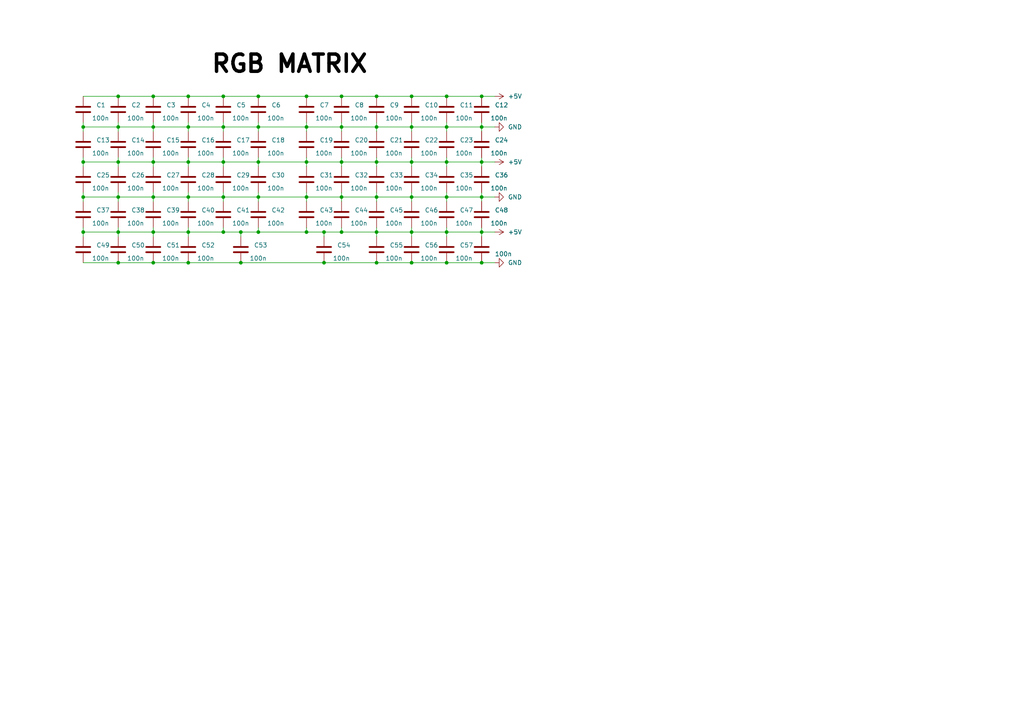
<source format=kicad_sch>
(kicad_sch (version 20230121) (generator eeschema)
  (paper "A4")
  (lib_symbols
    (symbol "Device:C" (pin_numbers hide) (pin_names (offset 0.254))
      (property "Reference" "C" (at 0.635 2.54 0))
      (property "Value" "C" (at 0.635 -2.54 0))
      (symbol "C_0_1"
        (polyline (pts (xy -2.032 -0.762) (xy 2.032 -0.762)) (stroke (width 0.508)))
        (polyline (pts (xy -2.032 0.762) (xy 2.032 0.762)) (stroke (width 0.508)))
      )
      (symbol "C_1_1"
        (pin passive line (at 0 3.81 270) (length 2.794) (name "~") (number "1"))
        (pin passive line (at 0 -3.81 90) (length 2.794) (name "~") (number "2"))
      )
    )
    (symbol "power:+5V" (power) (pin_names (offset 0))
      (property "Value" "+5V" (at 0 3.556 0))
      (symbol "+5V_0_1"
        (polyline (pts (xy -0.762 1.27) (xy 0 2.54)))
        (polyline (pts (xy 0 0) (xy 0 2.54)))
        (polyline (pts (xy 0 2.54) (xy 0.762 1.27)))
      )
      (symbol "+5V_1_1"
        (pin power_in line (at 0 0 90) (length 0) hide (name "+5V") (number "1"))
      )
    )
    (symbol "power:GND" (power) (pin_names (offset 0))
      (property "Value" "GND" (at 0 -3.81 0))
      (symbol "GND_0_1"
        (polyline (pts (xy 0 0) (xy 0 -1.27) (xy 1.27 -1.27) (xy 0 -2.54) (xy -1.27 -1.27) (xy 0 -1.27)))
      )
      (symbol "GND_1_1"
        (pin power_in line (at 0 0 270) (length 0) hide (name "GND") (number "1"))
      )
    )
  )
  (junction (at 109.22 46.99))
  (junction (at 119.38 57.15))
  (junction (at 64.77 67.31))
  (junction (at 139.7 36.83))
  (junction (at 74.93 57.15))
  (junction (at 109.22 36.83))
  (junction (at 54.61 36.83))
  (junction (at 54.61 27.94))
  (junction (at 129.54 76.2))
  (junction (at 44.45 57.15))
  (junction (at 69.85 76.2))
  (junction (at 139.7 46.99))
  (junction (at 69.85 67.31))
  (junction (at 34.29 67.31))
  (junction (at 139.7 67.31))
  (junction (at 99.06 27.94))
  (junction (at 119.38 36.83))
  (junction (at 119.38 76.2))
  (junction (at 109.22 76.2))
  (junction (at 129.54 46.99))
  (junction (at 129.54 27.94))
  (junction (at 109.22 27.94))
  (junction (at 44.45 46.99))
  (junction (at 54.61 46.99))
  (junction (at 129.54 36.83))
  (junction (at 109.22 57.15))
  (junction (at 24.13 67.31))
  (junction (at 64.77 57.15))
  (junction (at 88.9 46.99))
  (junction (at 54.61 76.2))
  (junction (at 119.38 27.94))
  (junction (at 74.93 67.31))
  (junction (at 64.77 36.83))
  (junction (at 24.13 46.99))
  (junction (at 44.45 36.83))
  (junction (at 64.77 27.94))
  (junction (at 34.29 36.83))
  (junction (at 74.93 27.94))
  (junction (at 139.7 76.2))
  (junction (at 129.54 57.15))
  (junction (at 74.93 46.99))
  (junction (at 74.93 36.83))
  (junction (at 34.29 76.2))
  (junction (at 24.13 36.83))
  (junction (at 44.45 27.94))
  (junction (at 99.06 36.83))
  (junction (at 44.45 76.2))
  (junction (at 109.22 67.31))
  (junction (at 34.29 46.99))
  (junction (at 129.54 67.31))
  (junction (at 64.77 46.99))
  (junction (at 34.29 57.15))
  (junction (at 24.13 57.15))
  (junction (at 88.9 36.83))
  (junction (at 99.06 67.31))
  (junction (at 88.9 27.94))
  (junction (at 139.7 27.94))
  (junction (at 54.61 67.31))
  (junction (at 93.98 76.2))
  (junction (at 34.29 27.94))
  (junction (at 93.98 67.31))
  (junction (at 99.06 46.99))
  (junction (at 88.9 67.31))
  (junction (at 54.61 57.15))
  (junction (at 139.7 57.15))
  (junction (at 99.06 57.15))
  (junction (at 44.45 67.31))
  (junction (at 119.38 67.31))
  (junction (at 88.9 57.15))
  (junction (at 119.38 46.99))
  (wire (pts (xy 88.9 36.83) (xy 88.9 38.1)))
  (wire (pts (xy 69.85 67.31) (xy 69.85 68.58)))
  (wire (pts (xy 34.29 66.04) (xy 34.29 67.31)))
  (wire (pts (xy 44.45 57.15) (xy 54.61 57.15)))
  (wire (pts (xy 24.13 45.72) (xy 24.13 46.99)))
  (wire (pts (xy 139.7 35.56) (xy 139.7 36.83)))
  (wire (pts (xy 64.77 46.99) (xy 74.93 46.99)))
  (wire (pts (xy 64.77 46.99) (xy 64.77 48.26)))
  (wire (pts (xy 119.38 55.88) (xy 119.38 57.15)))
  (wire (pts (xy 44.45 45.72) (xy 44.45 46.99)))
  (wire (pts (xy 119.38 57.15) (xy 119.38 58.42)))
  (wire (pts (xy 34.29 57.15) (xy 34.29 58.42)))
  (wire (pts (xy 93.98 67.31) (xy 99.06 67.31)))
  (wire (pts (xy 24.13 36.83) (xy 24.13 38.1)))
  (wire (pts (xy 109.22 35.56) (xy 109.22 36.83)))
  (wire (pts (xy 24.13 27.94) (xy 34.29 27.94)))
  (wire (pts (xy 93.98 76.2) (xy 109.22 76.2)))
  (wire (pts (xy 139.7 66.04) (xy 139.7 67.31)))
  (wire (pts (xy 99.06 36.83) (xy 109.22 36.83)))
  (wire (pts (xy 54.61 46.99) (xy 64.77 46.99)))
  (wire (pts (xy 139.7 46.99) (xy 143.51 46.99)))
  (wire (pts (xy 88.9 45.72) (xy 88.9 46.99)))
  (wire (pts (xy 109.22 46.99) (xy 109.22 48.26)))
  (wire (pts (xy 44.45 46.99) (xy 44.45 48.26)))
  (wire (pts (xy 93.98 67.31) (xy 93.98 68.58)))
  (wire (pts (xy 24.13 66.04) (xy 24.13 67.31)))
  (wire (pts (xy 129.54 27.94) (xy 119.38 27.94)))
  (wire (pts (xy 54.61 36.83) (xy 54.61 38.1)))
  (wire (pts (xy 54.61 66.04) (xy 54.61 67.31)))
  (wire (pts (xy 24.13 57.15) (xy 34.29 57.15)))
  (wire (pts (xy 109.22 36.83) (xy 119.38 36.83)))
  (wire (pts (xy 119.38 76.2) (xy 129.54 76.2)))
  (wire (pts (xy 44.45 35.56) (xy 44.45 36.83)))
  (wire (pts (xy 34.29 36.83) (xy 44.45 36.83)))
  (wire (pts (xy 88.9 67.31) (xy 93.98 67.31)))
  (wire (pts (xy 64.77 57.15) (xy 74.93 57.15)))
  (wire (pts (xy 109.22 67.31) (xy 109.22 68.58)))
  (wire (pts (xy 74.93 36.83) (xy 88.9 36.83)))
  (wire (pts (xy 74.93 55.88) (xy 74.93 57.15)))
  (wire (pts (xy 54.61 57.15) (xy 54.61 58.42)))
  (wire (pts (xy 69.85 67.31) (xy 74.93 67.31)))
  (wire (pts (xy 139.7 76.2) (xy 143.51 76.2)))
  (wire (pts (xy 99.06 46.99) (xy 109.22 46.99)))
  (wire (pts (xy 129.54 36.83) (xy 129.54 38.1)))
  (wire (pts (xy 54.61 27.94) (xy 64.77 27.94)))
  (wire (pts (xy 109.22 36.83) (xy 109.22 38.1)))
  (wire (pts (xy 74.93 46.99) (xy 88.9 46.99)))
  (wire (pts (xy 99.06 57.15) (xy 99.06 58.42)))
  (wire (pts (xy 109.22 46.99) (xy 119.38 46.99)))
  (wire (pts (xy 129.54 67.31) (xy 129.54 68.58)))
  (wire (pts (xy 44.45 36.83) (xy 54.61 36.83)))
  (wire (pts (xy 34.29 27.94) (xy 44.45 27.94)))
  (wire (pts (xy 129.54 66.04) (xy 129.54 67.31)))
  (wire (pts (xy 69.85 76.2) (xy 93.98 76.2)))
  (wire (pts (xy 109.22 76.2) (xy 119.38 76.2)))
  (wire (pts (xy 24.13 67.31) (xy 24.13 68.58)))
  (wire (pts (xy 64.77 36.83) (xy 64.77 38.1)))
  (wire (pts (xy 99.06 67.31) (xy 109.22 67.31)))
  (wire (pts (xy 139.7 55.88) (xy 139.7 57.15)))
  (wire (pts (xy 143.51 36.83) (xy 139.7 36.83)))
  (wire (pts (xy 44.45 76.2) (xy 54.61 76.2)))
  (wire (pts (xy 88.9 57.15) (xy 99.06 57.15)))
  (wire (pts (xy 34.29 76.2) (xy 44.45 76.2)))
  (wire (pts (xy 34.29 55.88) (xy 34.29 57.15)))
  (wire (pts (xy 119.38 67.31) (xy 119.38 68.58)))
  (wire (pts (xy 88.9 57.15) (xy 88.9 58.42)))
  (wire (pts (xy 129.54 45.72) (xy 129.54 46.99)))
  (wire (pts (xy 129.54 57.15) (xy 139.7 57.15)))
  (wire (pts (xy 24.13 35.56) (xy 24.13 36.83)))
  (wire (pts (xy 44.45 36.83) (xy 44.45 38.1)))
  (wire (pts (xy 109.22 67.31) (xy 119.38 67.31)))
  (wire (pts (xy 74.93 27.94) (xy 88.9 27.94)))
  (wire (pts (xy 88.9 36.83) (xy 99.06 36.83)))
  (wire (pts (xy 64.77 55.88) (xy 64.77 57.15)))
  (wire (pts (xy 34.29 46.99) (xy 44.45 46.99)))
  (wire (pts (xy 99.06 66.04) (xy 99.06 67.31)))
  (wire (pts (xy 99.06 45.72) (xy 99.06 46.99)))
  (wire (pts (xy 34.29 67.31) (xy 34.29 68.58)))
  (wire (pts (xy 119.38 36.83) (xy 129.54 36.83)))
  (wire (pts (xy 143.51 27.94) (xy 139.7 27.94)))
  (wire (pts (xy 44.45 67.31) (xy 44.45 68.58)))
  (wire (pts (xy 24.13 36.83) (xy 34.29 36.83)))
  (wire (pts (xy 139.7 27.94) (xy 129.54 27.94)))
  (wire (pts (xy 88.9 55.88) (xy 88.9 57.15)))
  (wire (pts (xy 129.54 46.99) (xy 139.7 46.99)))
  (wire (pts (xy 34.29 35.56) (xy 34.29 36.83)))
  (wire (pts (xy 129.54 55.88) (xy 129.54 57.15)))
  (wire (pts (xy 88.9 46.99) (xy 88.9 48.26)))
  (wire (pts (xy 54.61 67.31) (xy 54.61 68.58)))
  (wire (pts (xy 54.61 36.83) (xy 64.77 36.83)))
  (wire (pts (xy 129.54 46.99) (xy 129.54 48.26)))
  (wire (pts (xy 99.06 57.15) (xy 109.22 57.15)))
  (wire (pts (xy 44.45 55.88) (xy 44.45 57.15)))
  (wire (pts (xy 119.38 35.56) (xy 119.38 36.83)))
  (wire (pts (xy 88.9 35.56) (xy 88.9 36.83)))
  (wire (pts (xy 74.93 35.56) (xy 74.93 36.83)))
  (wire (pts (xy 119.38 36.83) (xy 119.38 38.1)))
  (wire (pts (xy 54.61 76.2) (xy 69.85 76.2)))
  (wire (pts (xy 129.54 35.56) (xy 129.54 36.83)))
  (wire (pts (xy 64.77 45.72) (xy 64.77 46.99)))
  (wire (pts (xy 99.06 46.99) (xy 99.06 48.26)))
  (wire (pts (xy 88.9 46.99) (xy 99.06 46.99)))
  (wire (pts (xy 129.54 76.2) (xy 139.7 76.2)))
  (wire (pts (xy 99.06 35.56) (xy 99.06 36.83)))
  (wire (pts (xy 54.61 67.31) (xy 64.77 67.31)))
  (wire (pts (xy 109.22 45.72) (xy 109.22 46.99)))
  (wire (pts (xy 139.7 67.31) (xy 139.7 68.58)))
  (wire (pts (xy 119.38 46.99) (xy 119.38 48.26)))
  (wire (pts (xy 24.13 67.31) (xy 34.29 67.31)))
  (wire (pts (xy 24.13 55.88) (xy 24.13 57.15)))
  (wire (pts (xy 119.38 45.72) (xy 119.38 46.99)))
  (wire (pts (xy 109.22 57.15) (xy 109.22 58.42)))
  (wire (pts (xy 139.7 36.83) (xy 139.7 38.1)))
  (wire (pts (xy 119.38 57.15) (xy 129.54 57.15)))
  (wire (pts (xy 129.54 67.31) (xy 139.7 67.31)))
  (wire (pts (xy 74.93 67.31) (xy 88.9 67.31)))
  (wire (pts (xy 139.7 45.72) (xy 139.7 46.99)))
  (wire (pts (xy 139.7 57.15) (xy 143.51 57.15)))
  (wire (pts (xy 99.06 55.88) (xy 99.06 57.15)))
  (wire (pts (xy 99.06 36.83) (xy 99.06 38.1)))
  (wire (pts (xy 44.45 66.04) (xy 44.45 67.31)))
  (wire (pts (xy 64.77 35.56) (xy 64.77 36.83)))
  (wire (pts (xy 44.45 67.31) (xy 54.61 67.31)))
  (wire (pts (xy 24.13 46.99) (xy 24.13 48.26)))
  (wire (pts (xy 34.29 36.83) (xy 34.29 38.1)))
  (wire (pts (xy 54.61 55.88) (xy 54.61 57.15)))
  (wire (pts (xy 24.13 46.99) (xy 34.29 46.99)))
  (wire (pts (xy 119.38 67.31) (xy 129.54 67.31)))
  (wire (pts (xy 139.7 67.31) (xy 143.51 67.31)))
  (wire (pts (xy 88.9 66.04) (xy 88.9 67.31)))
  (wire (pts (xy 109.22 55.88) (xy 109.22 57.15)))
  (wire (pts (xy 119.38 66.04) (xy 119.38 67.31)))
  (wire (pts (xy 129.54 57.15) (xy 129.54 58.42)))
  (wire (pts (xy 74.93 46.99) (xy 74.93 48.26)))
  (wire (pts (xy 109.22 27.94) (xy 99.06 27.94)))
  (wire (pts (xy 54.61 57.15) (xy 64.77 57.15)))
  (wire (pts (xy 64.77 36.83) (xy 74.93 36.83)))
  (wire (pts (xy 54.61 35.56) (xy 54.61 36.83)))
  (wire (pts (xy 64.77 66.04) (xy 64.77 67.31)))
  (wire (pts (xy 74.93 66.04) (xy 74.93 67.31)))
  (wire (pts (xy 24.13 76.2) (xy 34.29 76.2)))
  (wire (pts (xy 129.54 36.83) (xy 139.7 36.83)))
  (wire (pts (xy 64.77 57.15) (xy 64.77 58.42)))
  (wire (pts (xy 64.77 67.31) (xy 69.85 67.31)))
  (wire (pts (xy 74.93 45.72) (xy 74.93 46.99)))
  (wire (pts (xy 44.45 46.99) (xy 54.61 46.99)))
  (wire (pts (xy 109.22 57.15) (xy 119.38 57.15)))
  (wire (pts (xy 54.61 45.72) (xy 54.61 46.99)))
  (wire (pts (xy 74.93 57.15) (xy 88.9 57.15)))
  (wire (pts (xy 119.38 46.99) (xy 129.54 46.99)))
  (wire (pts (xy 34.29 45.72) (xy 34.29 46.99)))
  (wire (pts (xy 34.29 46.99) (xy 34.29 48.26)))
  (wire (pts (xy 34.29 57.15) (xy 44.45 57.15)))
  (wire (pts (xy 54.61 46.99) (xy 54.61 48.26)))
  (wire (pts (xy 44.45 57.15) (xy 44.45 58.42)))
  (wire (pts (xy 139.7 46.99) (xy 139.7 48.26)))
  (wire (pts (xy 119.38 27.94) (xy 109.22 27.94)))
  (wire (pts (xy 88.9 27.94) (xy 99.06 27.94)))
  (wire (pts (xy 74.93 36.83) (xy 74.93 38.1)))
  (wire (pts (xy 139.7 57.15) (xy 139.7 58.42)))
  (wire (pts (xy 109.22 66.04) (xy 109.22 67.31)))
  (wire (pts (xy 24.13 57.15) (xy 24.13 58.42)))
  (wire (pts (xy 74.93 57.15) (xy 74.93 58.42)))
  (wire (pts (xy 64.77 27.94) (xy 74.93 27.94)))
  (wire (pts (xy 34.29 67.31) (xy 44.45 67.31)))
  (wire (pts (xy 44.45 27.94) (xy 54.61 27.94)))
  (text "RGB MATRIX" (at 60.96 21.59 0) (effects (font (size 5 5) (thickness 1) bold) (justify left bottom)))
  (symbol (lib_id "Device:C") (at 129.54 31.75 0) (unit 1)
    (property "Reference" "C11" (at 133.35 30.48 0) (effects (justify left)))
    (property "Value" "100n" (at 132.08 34.29 0) (effects (justify left)))
    (property "Footprint" "Capacitor_SMD:C_1206_3216Metric_Pad1.33x1.80mm_HandSolder" (effects hide))
  )
  (symbol (lib_id "Device:C") (at 69.85 72.39 0) (unit 1)
    (property "Reference" "C53" (at 73.66 71.12 0) (effects (justify left)))
    (property "Value" "100n" (at 72.39 74.93 0) (effects (justify left)))
    (property "Footprint" "Capacitor_SMD:C_1206_3216Metric_Pad1.33x1.80mm_HandSolder" (effects hide))
  )
  (symbol (lib_id "Device:C") (at 24.13 52.07 0) (unit 1)
    (property "Reference" "C25" (at 27.94 50.8 0) (effects (justify left)))
    (property "Value" "100n" (at 26.67 54.61 0) (effects (justify left)))
    (property "Footprint" "Capacitor_SMD:C_1206_3216Metric_Pad1.33x1.80mm_HandSolder" (effects hide))
  )
  (symbol (lib_id "Device:C") (at 44.45 52.07 0) (unit 1)
    (property "Reference" "C27" (at 48.26 50.8 0) (effects (justify left)))
    (property "Value" "100n" (at 46.99 54.61 0) (effects (justify left)))
    (property "Footprint" "Capacitor_SMD:C_1206_3216Metric_Pad1.33x1.80mm_HandSolder" (effects hide))
  )
  (symbol (lib_id "Device:C") (at 34.29 62.23 0) (unit 1)
    (property "Reference" "C38" (at 38.1 60.96 0) (effects (justify left)))
    (property "Value" "100n" (at 36.83 64.77 0) (effects (justify left)))
    (property "Footprint" "Capacitor_SMD:C_1206_3216Metric_Pad1.33x1.80mm_HandSolder" (effects hide))
  )
  (symbol (lib_id "power:GND") (at 143.51 57.15 90) (unit 1)
    (property "Reference" "#PWR05" (effects hide))
    (property "Value" "GND" (at 147.32 57.15 90) (effects (justify right)))
  )
  (symbol (lib_id "Device:C") (at 119.38 62.23 0) (unit 1)
    (property "Reference" "C46" (at 123.19 60.96 0) (effects (justify left)))
    (property "Value" "100n" (at 121.92 64.77 0) (effects (justify left)))
    (property "Footprint" "Capacitor_SMD:C_1206_3216Metric_Pad1.33x1.80mm_HandSolder" (effects hide))
  )
  (symbol (lib_id "Device:C") (at 64.77 31.75 0) (unit 1)
    (property "Reference" "C5" (at 68.58 30.48 0) (effects (justify left)))
    (property "Value" "100n" (at 67.31 34.29 0) (effects (justify left)))
    (property "Footprint" "Capacitor_SMD:C_1206_3216Metric_Pad1.33x1.80mm_HandSolder" (effects hide))
  )
  (symbol (lib_id "Device:C") (at 34.29 52.07 0) (unit 1)
    (property "Reference" "C26" (at 38.1 50.8 0) (effects (justify left)))
    (property "Value" "100n" (at 36.83 54.61 0) (effects (justify left)))
    (property "Footprint" "Capacitor_SMD:C_1206_3216Metric_Pad1.33x1.80mm_HandSolder" (effects hide))
  )
  (symbol (lib_id "Device:C") (at 129.54 62.23 0) (unit 1)
    (property "Reference" "C47" (at 133.35 60.96 0) (effects (justify left)))
    (property "Value" "100n" (at 132.08 64.77 0) (effects (justify left)))
    (property "Footprint" "Capacitor_SMD:C_1206_3216Metric_Pad1.33x1.80mm_HandSolder" (effects hide))
  )
  (symbol (lib_id "Device:C") (at 24.13 62.23 0) (unit 1)
    (property "Reference" "C37" (at 27.94 60.96 0) (effects (justify left)))
    (property "Value" "100n" (at 26.67 64.77 0) (effects (justify left)))
    (property "Footprint" "Capacitor_SMD:C_1206_3216Metric_Pad1.33x1.80mm_HandSolder" (effects hide))
  )
  (symbol (lib_id "Device:C") (at 24.13 31.75 0) (unit 1)
    (property "Reference" "C1" (at 27.94 30.48 0) (effects (justify left)))
    (property "Value" "100n" (at 26.67 34.29 0) (effects (justify left)))
    (property "Footprint" "Capacitor_SMD:C_1206_3216Metric_Pad1.33x1.80mm_HandSolder" (effects hide))
  )
  (symbol (lib_id "Device:C") (at 129.54 52.07 0) (unit 1)
    (property "Reference" "C35" (at 133.35 50.8 0) (effects (justify left)))
    (property "Value" "100n" (at 132.08 54.61 0) (effects (justify left)))
    (property "Footprint" "Capacitor_SMD:C_1206_3216Metric_Pad1.33x1.80mm_HandSolder" (effects hide))
  )
  (symbol (lib_id "Device:C") (at 139.7 72.39 0) (unit 1)
    (property "Reference" "C58" (effects hide))
    (property "Value" "100n" (at 143.51 73.66 0) (effects (justify left)))
    (property "Footprint" "Capacitor_SMD:C_1206_3216Metric_Pad1.33x1.80mm_HandSolder" (effects hide))
  )
  (symbol (lib_id "Device:C") (at 99.06 31.75 0) (unit 1)
    (property "Reference" "C8" (at 102.87 30.48 0) (effects (justify left)))
    (property "Value" "100n" (at 101.6 34.29 0) (effects (justify left)))
    (property "Footprint" "Capacitor_SMD:C_1206_3216Metric_Pad1.33x1.80mm_HandSolder" (effects hide))
  )
  (symbol (lib_id "Device:C") (at 109.22 62.23 0) (unit 1)
    (property "Reference" "C45" (at 113.03 60.96 0) (effects (justify left)))
    (property "Value" "100n" (at 111.76 64.77 0) (effects (justify left)))
    (property "Footprint" "Capacitor_SMD:C_1206_3216Metric_Pad1.33x1.80mm_HandSolder" (effects hide))
  )
  (symbol (lib_id "power:+5V") (at 143.51 67.31 270) (unit 1)
    (property "Reference" "#PWR06" (effects hide))
    (property "Value" "+5V" (at 147.32 67.31 90) (effects (justify left)))
  )
  (symbol (lib_id "Device:C") (at 88.9 52.07 0) (unit 1)
    (property "Reference" "C31" (at 92.71 50.8 0) (effects (justify left)))
    (property "Value" "100n" (at 91.44 54.61 0) (effects (justify left)))
    (property "Footprint" "Capacitor_SMD:C_1206_3216Metric_Pad1.33x1.80mm_HandSolder" (effects hide))
  )
  (symbol (lib_id "Device:C") (at 34.29 31.75 0) (unit 1)
    (property "Reference" "C2" (at 38.1 30.48 0) (effects (justify left)))
    (property "Value" "100n" (at 36.83 34.29 0) (effects (justify left)))
    (property "Footprint" "Capacitor_SMD:C_1206_3216Metric_Pad1.33x1.80mm_HandSolder" (effects hide))
  )
  (symbol (lib_id "power:GND") (at 143.51 76.2 90) (unit 1)
    (property "Reference" "#PWR07" (effects hide))
    (property "Value" "GND" (at 147.32 76.2 90) (effects (justify right)))
  )
  (symbol (lib_id "Device:C") (at 74.93 41.91 0) (unit 1)
    (property "Reference" "C18" (at 78.74 40.64 0) (effects (justify left)))
    (property "Value" "100n" (at 77.47 44.45 0) (effects (justify left)))
    (property "Footprint" "Capacitor_SMD:C_1206_3216Metric_Pad1.33x1.80mm_HandSolder" (effects hide))
  )
  (symbol (lib_id "Device:C") (at 93.98 72.39 0) (unit 1)
    (property "Reference" "C54" (at 97.79 71.12 0) (effects (justify left)))
    (property "Value" "100n" (at 96.52 74.93 0) (effects (justify left)))
    (property "Footprint" "Capacitor_SMD:C_1206_3216Metric_Pad1.33x1.80mm_HandSolder" (effects hide))
  )
  (symbol (lib_id "Device:C") (at 139.7 31.75 0) (unit 1)
    (property "Reference" "C12" (at 143.51 30.48 0) (effects (justify left)))
    (property "Value" "100n" (at 142.24 34.29 0) (effects (justify left)))
    (property "Footprint" "Capacitor_SMD:C_1206_3216Metric_Pad1.33x1.80mm_HandSolder" (effects hide))
  )
  (symbol (lib_id "Device:C") (at 64.77 52.07 0) (unit 1)
    (property "Reference" "C29" (at 68.58 50.8 0) (effects (justify left)))
    (property "Value" "100n" (at 67.31 54.61 0) (effects (justify left)))
    (property "Footprint" "Capacitor_SMD:C_1206_3216Metric_Pad1.33x1.80mm_HandSolder" (effects hide))
  )
  (symbol (lib_id "Device:C") (at 44.45 62.23 0) (unit 1)
    (property "Reference" "C39" (at 48.26 60.96 0) (effects (justify left)))
    (property "Value" "100n" (at 46.99 64.77 0) (effects (justify left)))
    (property "Footprint" "Capacitor_SMD:C_1206_3216Metric_Pad1.33x1.80mm_HandSolder" (effects hide))
  )
  (symbol (lib_id "Device:C") (at 44.45 31.75 0) (unit 1)
    (property "Reference" "C3" (at 48.26 30.48 0) (effects (justify left)))
    (property "Value" "100n" (at 46.99 34.29 0) (effects (justify left)))
    (property "Footprint" "Capacitor_SMD:C_1206_3216Metric_Pad1.33x1.80mm_HandSolder" (effects hide))
  )
  (symbol (lib_id "Device:C") (at 74.93 31.75 0) (unit 1)
    (property "Reference" "C6" (at 78.74 30.48 0) (effects (justify left)))
    (property "Value" "100n" (at 77.47 34.29 0) (effects (justify left)))
    (property "Footprint" "Capacitor_SMD:C_1206_3216Metric_Pad1.33x1.80mm_HandSolder" (effects hide))
  )
  (symbol (lib_id "Device:C") (at 24.13 41.91 0) (unit 1)
    (property "Reference" "C13" (at 27.94 40.64 0) (effects (justify left)))
    (property "Value" "100n" (at 26.67 44.45 0) (effects (justify left)))
    (property "Footprint" "Capacitor_SMD:C_1206_3216Metric_Pad1.33x1.80mm_HandSolder" (effects hide))
  )
  (symbol (lib_id "Device:C") (at 139.7 62.23 0) (unit 1)
    (property "Reference" "C48" (at 143.51 60.96 0) (effects (justify left)))
    (property "Value" "100n" (at 142.24 64.77 0) (effects (justify left)))
    (property "Footprint" "Capacitor_SMD:C_1206_3216Metric_Pad1.33x1.80mm_HandSolder" (effects hide))
  )
  (symbol (lib_id "Device:C") (at 74.93 62.23 0) (unit 1)
    (property "Reference" "C42" (at 78.74 60.96 0) (effects (justify left)))
    (property "Value" "100n" (at 77.47 64.77 0) (effects (justify left)))
    (property "Footprint" "Capacitor_SMD:C_1206_3216Metric_Pad1.33x1.80mm_HandSolder" (effects hide))
  )
  (symbol (lib_id "Device:C") (at 34.29 41.91 0) (unit 1)
    (property "Reference" "C14" (at 38.1 40.64 0) (effects (justify left)))
    (property "Value" "100n" (at 36.83 44.45 0) (effects (justify left)))
    (property "Footprint" "Capacitor_SMD:C_1206_3216Metric_Pad1.33x1.80mm_HandSolder" (effects hide))
  )
  (symbol (lib_id "Device:C") (at 119.38 72.39 0) (unit 1)
    (property "Reference" "C56" (at 123.19 71.12 0) (effects (justify left)))
    (property "Value" "100n" (at 121.92 74.93 0) (effects (justify left)))
    (property "Footprint" "Capacitor_SMD:C_1206_3216Metric_Pad1.33x1.80mm_HandSolder" (effects hide))
  )
  (symbol (lib_id "Device:C") (at 44.45 72.39 0) (unit 1)
    (property "Reference" "C51" (at 48.26 71.12 0) (effects (justify left)))
    (property "Value" "100n" (at 46.99 74.93 0) (effects (justify left)))
    (property "Footprint" "Capacitor_SMD:C_1206_3216Metric_Pad1.33x1.80mm_HandSolder" (effects hide))
  )
  (symbol (lib_id "Device:C") (at 74.93 52.07 0) (unit 1)
    (property "Reference" "C30" (at 78.74 50.8 0) (effects (justify left)))
    (property "Value" "100n" (at 77.47 54.61 0) (effects (justify left)))
    (property "Footprint" "Capacitor_SMD:C_1206_3216Metric_Pad1.33x1.80mm_HandSolder" (effects hide))
  )
  (symbol (lib_id "Device:C") (at 129.54 41.91 0) (unit 1)
    (property "Reference" "C23" (at 133.35 40.64 0) (effects (justify left)))
    (property "Value" "100n" (at 132.08 44.45 0) (effects (justify left)))
    (property "Footprint" "Capacitor_SMD:C_1206_3216Metric_Pad1.33x1.80mm_HandSolder" (effects hide))
  )
  (symbol (lib_id "power:+5V") (at 143.51 27.94 270) (unit 1)
    (property "Reference" "#PWR02" (effects hide))
    (property "Value" "+5V" (at 147.32 27.94 90) (effects (justify left)))
  )
  (symbol (lib_id "Device:C") (at 54.61 41.91 0) (unit 1)
    (property "Reference" "C16" (at 58.42 40.64 0) (effects (justify left)))
    (property "Value" "100n" (at 57.15 44.45 0) (effects (justify left)))
    (property "Footprint" "Capacitor_SMD:C_1206_3216Metric_Pad1.33x1.80mm_HandSolder" (effects hide))
  )
  (symbol (lib_id "Device:C") (at 54.61 52.07 0) (unit 1)
    (property "Reference" "C28" (at 58.42 50.8 0) (effects (justify left)))
    (property "Value" "100n" (at 57.15 54.61 0) (effects (justify left)))
    (property "Footprint" "Capacitor_SMD:C_1206_3216Metric_Pad1.33x1.80mm_HandSolder" (effects hide))
  )
  (symbol (lib_id "Device:C") (at 129.54 72.39 0) (unit 1)
    (property "Reference" "C57" (at 133.35 71.12 0) (effects (justify left)))
    (property "Value" "100n" (at 132.08 74.93 0) (effects (justify left)))
    (property "Footprint" "Capacitor_SMD:C_1206_3216Metric_Pad1.33x1.80mm_HandSolder" (effects hide))
  )
  (symbol (lib_id "power:GND") (at 143.51 36.83 90) (unit 1)
    (property "Reference" "#PWR03" (effects hide))
    (property "Value" "GND" (at 147.32 36.83 90) (effects (justify right)))
  )
  (symbol (lib_id "Device:C") (at 119.38 41.91 0) (unit 1)
    (property "Reference" "C22" (at 123.19 40.64 0) (effects (justify left)))
    (property "Value" "100n" (at 121.92 44.45 0) (effects (justify left)))
    (property "Footprint" "Capacitor_SMD:C_1206_3216Metric_Pad1.33x1.80mm_HandSolder" (effects hide))
  )
  (symbol (lib_id "Device:C") (at 139.7 52.07 0) (unit 1)
    (property "Reference" "C36" (at 143.51 50.8 0) (effects (justify left)))
    (property "Value" "100n" (at 142.24 54.61 0) (effects (justify left)))
    (property "Footprint" "Capacitor_SMD:C_1206_3216Metric_Pad1.33x1.80mm_HandSolder" (effects hide))
  )
  (symbol (lib_id "Device:C") (at 109.22 31.75 0) (unit 1)
    (property "Reference" "C9" (at 113.03 30.48 0) (effects (justify left)))
    (property "Value" "100n" (at 111.76 34.29 0) (effects (justify left)))
    (property "Footprint" "Capacitor_SMD:C_1206_3216Metric_Pad1.33x1.80mm_HandSolder" (effects hide))
  )
  (symbol (lib_id "Device:C") (at 109.22 41.91 0) (unit 1)
    (property "Reference" "C21" (at 113.03 40.64 0) (effects (justify left)))
    (property "Value" "100n" (at 111.76 44.45 0) (effects (justify left)))
    (property "Footprint" "Capacitor_SMD:C_1206_3216Metric_Pad1.33x1.80mm_HandSolder" (effects hide))
  )
  (symbol (lib_id "Device:C") (at 88.9 31.75 0) (unit 1)
    (property "Reference" "C7" (at 92.71 30.48 0) (effects (justify left)))
    (property "Value" "100n" (at 91.44 34.29 0) (effects (justify left)))
    (property "Footprint" "Capacitor_SMD:C_1206_3216Metric_Pad1.33x1.80mm_HandSolder" (effects hide))
  )
  (symbol (lib_id "Device:C") (at 88.9 41.91 0) (unit 1)
    (property "Reference" "C19" (at 92.71 40.64 0) (effects (justify left)))
    (property "Value" "100n" (at 91.44 44.45 0) (effects (justify left)))
    (property "Footprint" "Capacitor_SMD:C_1206_3216Metric_Pad1.33x1.80mm_HandSolder" (effects hide))
  )
  (symbol (lib_id "Device:C") (at 34.29 72.39 0) (unit 1)
    (property "Reference" "C50" (at 38.1 71.12 0) (effects (justify left)))
    (property "Value" "100n" (at 36.83 74.93 0) (effects (justify left)))
    (property "Footprint" "Capacitor_SMD:C_1206_3216Metric_Pad1.33x1.80mm_HandSolder" (effects hide))
  )
  (symbol (lib_id "Device:C") (at 88.9 62.23 0) (unit 1)
    (property "Reference" "C43" (at 92.71 60.96 0) (effects (justify left)))
    (property "Value" "100n" (at 91.44 64.77 0) (effects (justify left)))
    (property "Footprint" "Capacitor_SMD:C_1206_3216Metric_Pad1.33x1.80mm_HandSolder" (effects hide))
  )
  (symbol (lib_id "Device:C") (at 109.22 52.07 0) (unit 1)
    (property "Reference" "C33" (at 113.03 50.8 0) (effects (justify left)))
    (property "Value" "100n" (at 111.76 54.61 0) (effects (justify left)))
    (property "Footprint" "Capacitor_SMD:C_1206_3216Metric_Pad1.33x1.80mm_HandSolder" (effects hide))
  )
  (symbol (lib_id "Device:C") (at 119.38 31.75 0) (unit 1)
    (property "Reference" "C10" (at 123.19 30.48 0) (effects (justify left)))
    (property "Value" "100n" (at 121.92 34.29 0) (effects (justify left)))
    (property "Footprint" "Capacitor_SMD:C_1206_3216Metric_Pad1.33x1.80mm_HandSolder" (effects hide))
  )
  (symbol (lib_id "Device:C") (at 99.06 62.23 0) (unit 1)
    (property "Reference" "C44" (at 102.87 60.96 0) (effects (justify left)))
    (property "Value" "100n" (at 101.6 64.77 0) (effects (justify left)))
    (property "Footprint" "Capacitor_SMD:C_1206_3216Metric_Pad1.33x1.80mm_HandSolder" (effects hide))
  )
  (symbol (lib_id "Device:C") (at 54.61 62.23 0) (unit 1)
    (property "Reference" "C40" (at 58.42 60.96 0) (effects (justify left)))
    (property "Value" "100n" (at 57.15 64.77 0) (effects (justify left)))
    (property "Footprint" "Capacitor_SMD:C_1206_3216Metric_Pad1.33x1.80mm_HandSolder" (effects hide))
  )
  (symbol (lib_id "Device:C") (at 99.06 52.07 0) (unit 1)
    (property "Reference" "C32" (at 102.87 50.8 0) (effects (justify left)))
    (property "Value" "100n" (at 101.6 54.61 0) (effects (justify left)))
    (property "Footprint" "Capacitor_SMD:C_1206_3216Metric_Pad1.33x1.80mm_HandSolder" (effects hide))
  )
  (symbol (lib_id "Device:C") (at 44.45 41.91 0) (unit 1)
    (property "Reference" "C15" (at 48.26 40.64 0) (effects (justify left)))
    (property "Value" "100n" (at 46.99 44.45 0) (effects (justify left)))
    (property "Footprint" "Capacitor_SMD:C_1206_3216Metric_Pad1.33x1.80mm_HandSolder" (effects hide))
  )
  (symbol (lib_id "Device:C") (at 54.61 72.39 0) (unit 1)
    (property "Reference" "C52" (at 58.42 71.12 0) (effects (justify left)))
    (property "Value" "100n" (at 57.15 74.93 0) (effects (justify left)))
    (property "Footprint" "Capacitor_SMD:C_1206_3216Metric_Pad1.33x1.80mm_HandSolder" (effects hide))
  )
  (symbol (lib_id "Device:C") (at 64.77 41.91 0) (unit 1)
    (property "Reference" "C17" (at 68.58 40.64 0) (effects (justify left)))
    (property "Value" "100n" (at 67.31 44.45 0) (effects (justify left)))
    (property "Footprint" "Capacitor_SMD:C_1206_3216Metric_Pad1.33x1.80mm_HandSolder" (effects hide))
  )
  (symbol (lib_id "Device:C") (at 54.61 31.75 0) (unit 1)
    (property "Reference" "C4" (at 58.42 30.48 0) (effects (justify left)))
    (property "Value" "100n" (at 57.15 34.29 0) (effects (justify left)))
    (property "Footprint" "Capacitor_SMD:C_1206_3216Metric_Pad1.33x1.80mm_HandSolder" (effects hide))
  )
  (symbol (lib_id "Device:C") (at 99.06 41.91 0) (unit 1)
    (property "Reference" "C20" (at 102.87 40.64 0) (effects (justify left)))
    (property "Value" "100n" (at 101.6 44.45 0) (effects (justify left)))
    (property "Footprint" "Capacitor_SMD:C_1206_3216Metric_Pad1.33x1.80mm_HandSolder" (effects hide))
  )
  (symbol (lib_id "power:+5V") (at 143.51 46.99 270) (unit 1)
    (property "Reference" "#PWR04" (effects hide))
    (property "Value" "+5V" (at 147.32 46.99 90) (effects (justify left)))
  )
  (symbol (lib_id "Device:C") (at 139.7 41.91 0) (unit 1)
    (property "Reference" "C24" (at 143.51 40.64 0) (effects (justify left)))
    (property "Value" "100n" (at 142.24 44.45 0) (effects (justify left)))
    (property "Footprint" "Capacitor_SMD:C_1206_3216Metric_Pad1.33x1.80mm_HandSolder" (effects hide))
  )
  (symbol (lib_id "Device:C") (at 119.38 52.07 0) (unit 1)
    (property "Reference" "C34" (at 123.19 50.8 0) (effects (justify left)))
    (property "Value" "100n" (at 121.92 54.61 0) (effects (justify left)))
    (property "Footprint" "Capacitor_SMD:C_1206_3216Metric_Pad1.33x1.80mm_HandSolder" (effects hide))
  )
  (symbol (lib_id "Device:C") (at 109.22 72.39 0) (unit 1)
    (property "Reference" "C55" (at 113.03 71.12 0) (effects (justify left)))
    (property "Value" "100n" (at 111.76 74.93 0) (effects (justify left)))
    (property "Footprint" "Capacitor_SMD:C_1206_3216Metric_Pad1.33x1.80mm_HandSolder" (effects hide))
  )
  (symbol (lib_id "Device:C") (at 24.13 72.39 0) (unit 1)
    (property "Reference" "C49" (at 27.94 71.12 0) (effects (justify left)))
    (property "Value" "100n" (at 26.67 74.93 0) (effects (justify left)))
    (property "Footprint" "Capacitor_SMD:C_1206_3216Metric_Pad1.33x1.80mm_HandSolder" (effects hide))
  )
  (symbol (lib_id "Device:C") (at 64.77 62.23 0) (unit 1)
    (property "Reference" "C41" (at 68.58 60.96 0) (effects (justify left)))
    (property "Value" "100n" (at 67.31 64.77 0) (effects (justify left)))
    (property "Footprint" "Capacitor_SMD:C_1206_3216Metric_Pad1.33x1.80mm_HandSolder" (effects hide))
  )
)
</source>
